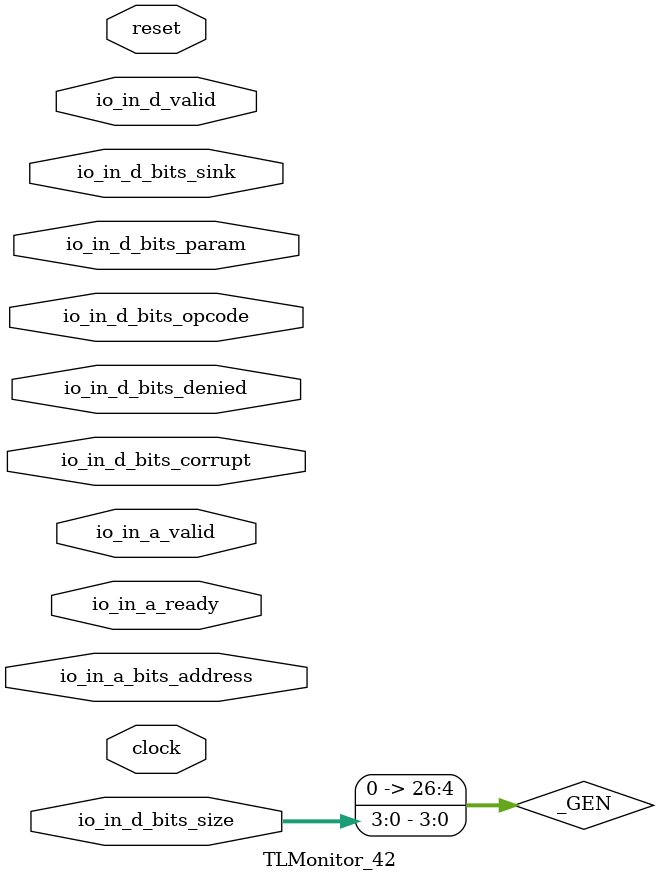
<source format=sv>
`ifndef RANDOMIZE
  `ifdef RANDOMIZE_REG_INIT
    `define RANDOMIZE
  `endif // RANDOMIZE_REG_INIT
`endif // not def RANDOMIZE
`ifndef RANDOMIZE
  `ifdef RANDOMIZE_MEM_INIT
    `define RANDOMIZE
  `endif // RANDOMIZE_MEM_INIT
`endif // not def RANDOMIZE

`ifndef RANDOM
  `define RANDOM $random
`endif // not def RANDOM

// Users can define 'PRINTF_COND' to add an extra gate to prints.
`ifndef PRINTF_COND_
  `ifdef PRINTF_COND
    `define PRINTF_COND_ (`PRINTF_COND)
  `else  // PRINTF_COND
    `define PRINTF_COND_ 1
  `endif // PRINTF_COND
`endif // not def PRINTF_COND_

// Users can define 'ASSERT_VERBOSE_COND' to add an extra gate to assert error printing.
`ifndef ASSERT_VERBOSE_COND_
  `ifdef ASSERT_VERBOSE_COND
    `define ASSERT_VERBOSE_COND_ (`ASSERT_VERBOSE_COND)
  `else  // ASSERT_VERBOSE_COND
    `define ASSERT_VERBOSE_COND_ 1
  `endif // ASSERT_VERBOSE_COND
`endif // not def ASSERT_VERBOSE_COND_

// Users can define 'STOP_COND' to add an extra gate to stop conditions.
`ifndef STOP_COND_
  `ifdef STOP_COND
    `define STOP_COND_ (`STOP_COND)
  `else  // STOP_COND
    `define STOP_COND_ 1
  `endif // STOP_COND
`endif // not def STOP_COND_

// Users can define INIT_RANDOM as general code that gets injected into the
// initializer block for modules with registers.
`ifndef INIT_RANDOM
  `define INIT_RANDOM
`endif // not def INIT_RANDOM

// If using random initialization, you can also define RANDOMIZE_DELAY to
// customize the delay used, otherwise 0.002 is used.
`ifndef RANDOMIZE_DELAY
  `define RANDOMIZE_DELAY 0.002
`endif // not def RANDOMIZE_DELAY

// Define INIT_RANDOM_PROLOG_ for use in our modules below.
`ifndef INIT_RANDOM_PROLOG_
  `ifdef RANDOMIZE
    `ifdef VERILATOR
      `define INIT_RANDOM_PROLOG_ `INIT_RANDOM
    `else  // VERILATOR
      `define INIT_RANDOM_PROLOG_ `INIT_RANDOM #`RANDOMIZE_DELAY begin end
    `endif // VERILATOR
  `else  // RANDOMIZE
    `define INIT_RANDOM_PROLOG_
  `endif // RANDOMIZE
`endif // not def INIT_RANDOM_PROLOG_

module TLMonitor_42(
  input        clock,
               reset,
               io_in_a_ready,
               io_in_a_valid,
  input [31:0] io_in_a_bits_address,
  input        io_in_d_valid,
  input [2:0]  io_in_d_bits_opcode,
  input [1:0]  io_in_d_bits_param,
  input [3:0]  io_in_d_bits_size,
  input [1:0]  io_in_d_bits_sink,
  input        io_in_d_bits_denied,
               io_in_d_bits_corrupt
);

  wire [31:0] _plusarg_reader_1_out;	// @[PlusArg.scala:80:11]
  wire [31:0] _plusarg_reader_out;	// @[PlusArg.scala:80:11]
  wire        _T_1213 = io_in_a_ready & io_in_a_valid;	// @[Decoupled.scala:51:35]
  reg  [7:0]  a_first_counter;	// @[Edges.scala:228:27]
  reg  [2:0]  opcode;	// @[Monitor.scala:384:22]
  reg  [2:0]  param;	// @[Monitor.scala:385:22]
  reg  [3:0]  size;	// @[Monitor.scala:386:22]
  reg         source;	// @[Monitor.scala:387:22]
  reg  [31:0] address;	// @[Monitor.scala:388:22]
  reg  [7:0]  d_first_counter;	// @[Edges.scala:228:27]
  reg  [2:0]  opcode_1;	// @[Monitor.scala:535:22]
  reg  [1:0]  param_1;	// @[Monitor.scala:536:22]
  reg  [3:0]  size_1;	// @[Monitor.scala:537:22]
  reg         source_1;	// @[Monitor.scala:538:22]
  reg  [1:0]  sink;	// @[Monitor.scala:539:22]
  reg         denied;	// @[Monitor.scala:540:22]
  reg         inflight;	// @[Monitor.scala:611:27]
  reg  [3:0]  inflight_opcodes;	// @[Monitor.scala:613:35]
  reg  [7:0]  inflight_sizes;	// @[Monitor.scala:615:33]
  reg  [7:0]  a_first_counter_1;	// @[Edges.scala:228:27]
  wire        a_first_1 = a_first_counter_1 == 8'h0;	// @[Edges.scala:228:27, :230:25, Monitor.scala:745:35]
  reg  [7:0]  d_first_counter_1;	// @[Edges.scala:228:27]
  wire        d_first_1 = d_first_counter_1 == 8'h0;	// @[Edges.scala:228:27, :230:25, Monitor.scala:745:35]
  wire        a_set = _T_1213 & a_first_1;	// @[Decoupled.scala:51:35, Edges.scala:230:25, Monitor.scala:652:27]
  wire        d_release_ack = io_in_d_bits_opcode == 3'h6;	// @[Monitor.scala:81:25, :670:46]
  reg  [31:0] watchdog;	// @[Monitor.scala:706:27]
  reg  [7:0]  d_first_counter_2;	// @[Edges.scala:228:27]
  wire        d_first_2 = d_first_counter_2 == 8'h0;	// @[Edges.scala:228:27, :230:25, Monitor.scala:745:35]
  wire [26:0] _GEN = {23'h0, io_in_d_bits_size};	// @[package.scala:235:71]
  wire [26:0] _d_first_beats1_decode_T_1 = 27'hFFF << _GEN;	// @[package.scala:235:71]
  wire [26:0] _d_first_beats1_decode_T_5 = 27'hFFF << _GEN;	// @[package.scala:235:71]
  wire [26:0] _d_first_beats1_decode_T_9 = 27'hFFF << _GEN;	// @[package.scala:235:71]
  wire        d_clr = io_in_d_valid & d_first_1 & ~d_release_ack;	// @[Edges.scala:230:25, Monitor.scala:670:46, :671:74, :675:72]
  wire        _T_1104 = _T_1213 & ~(|a_first_counter);	// @[Decoupled.scala:51:35, Edges.scala:228:27, :230:25, Monitor.scala:396:20]
  wire        _T_1132 = io_in_d_valid & ~(|d_first_counter);	// @[Edges.scala:228:27, :230:25, Monitor.scala:549:20]
  always @(posedge clock) begin
    if (reset) begin
      a_first_counter <= 8'h0;	// @[Edges.scala:228:27, Monitor.scala:745:35]
      d_first_counter <= 8'h0;	// @[Edges.scala:228:27, Monitor.scala:745:35]
      inflight <= 1'h0;	// @[Monitor.scala:611:27]
      inflight_opcodes <= 4'h0;	// @[Monitor.scala:613:35, :638:65, Parameters.scala:92:42]
      inflight_sizes <= 8'h0;	// @[Monitor.scala:615:33, :745:35]
      a_first_counter_1 <= 8'h0;	// @[Edges.scala:228:27, Monitor.scala:745:35]
      d_first_counter_1 <= 8'h0;	// @[Edges.scala:228:27, Monitor.scala:745:35]
      watchdog <= 32'h0;	// @[Bundles.scala:259:74, Monitor.scala:706:27]
      d_first_counter_2 <= 8'h0;	// @[Edges.scala:228:27, Monitor.scala:745:35]
    end
    else begin
      if (_T_1213) begin	// @[Decoupled.scala:51:35]
        if (|a_first_counter)	// @[Edges.scala:228:27, :230:25]
          a_first_counter <= a_first_counter - 8'h1;	// @[Edges.scala:228:27, :229:28]
        else	// @[Edges.scala:230:25]
          a_first_counter <= 8'h0;	// @[Edges.scala:228:27, Monitor.scala:745:35]
        if (a_first_1)	// @[Edges.scala:230:25]
          a_first_counter_1 <= 8'h0;	// @[Edges.scala:228:27, Monitor.scala:745:35]
        else	// @[Edges.scala:230:25]
          a_first_counter_1 <= a_first_counter_1 - 8'h1;	// @[Edges.scala:228:27, :229:28]
      end
      if (io_in_d_valid) begin
        if (|d_first_counter)	// @[Edges.scala:228:27, :230:25]
          d_first_counter <= d_first_counter - 8'h1;	// @[Edges.scala:228:27, :229:28]
        else if (io_in_d_bits_opcode[0])	// @[Edges.scala:105:36]
          d_first_counter <= ~(_d_first_beats1_decode_T_1[11:4]);	// @[Edges.scala:228:27, package.scala:235:{46,71,76}]
        else	// @[Edges.scala:105:36]
          d_first_counter <= 8'h0;	// @[Edges.scala:228:27, Monitor.scala:745:35]
        if (d_first_1) begin	// @[Edges.scala:230:25]
          if (io_in_d_bits_opcode[0])	// @[Edges.scala:105:36]
            d_first_counter_1 <= ~(_d_first_beats1_decode_T_5[11:4]);	// @[Edges.scala:228:27, package.scala:235:{46,71,76}]
          else	// @[Edges.scala:105:36]
            d_first_counter_1 <= 8'h0;	// @[Edges.scala:228:27, Monitor.scala:745:35]
        end
        else	// @[Edges.scala:230:25]
          d_first_counter_1 <= d_first_counter_1 - 8'h1;	// @[Edges.scala:228:27, :229:28]
        if (d_first_2) begin	// @[Edges.scala:230:25]
          if (io_in_d_bits_opcode[0])	// @[Edges.scala:105:36]
            d_first_counter_2 <= ~(_d_first_beats1_decode_T_9[11:4]);	// @[Edges.scala:228:27, package.scala:235:{46,71,76}]
          else	// @[Edges.scala:105:36]
            d_first_counter_2 <= 8'h0;	// @[Edges.scala:228:27, Monitor.scala:745:35]
        end
        else	// @[Edges.scala:230:25]
          d_first_counter_2 <= d_first_counter_2 - 8'h1;	// @[Edges.scala:228:27, :229:28]
      end
      inflight <= (inflight | a_set) & ~d_clr;	// @[Monitor.scala:611:27, :652:27, :675:72, :702:{27,36,38}]
      inflight_opcodes <= (inflight_opcodes | (a_set ? 4'h9 : 4'h0)) & ~{4{d_clr}};	// @[Monitor.scala:613:35, :627:33, :638:65, :652:{27,72}, :654:61, :656:28, :665:33, :675:{72,91}, :677:21, :703:{43,60,62}, Parameters.scala:92:42]
      inflight_sizes <= (inflight_sizes | (a_set ? {3'h0, a_set ? 5'hD : 5'h0} : 8'h0)) & ~{8{d_clr}};	// @[Monitor.scala:615:33, :629:31, :645:38, :652:{27,72}, :655:{28,59}, :657:28, :667:31, :675:{72,91}, :678:21, :704:{39,54,56}, :745:35]
      if (_T_1213 | io_in_d_valid)	// @[Decoupled.scala:51:35, Monitor.scala:712:27]
        watchdog <= 32'h0;	// @[Bundles.scala:259:74, Monitor.scala:706:27]
      else	// @[Monitor.scala:712:27]
        watchdog <= watchdog + 32'h1;	// @[Monitor.scala:706:27, :711:26]
    end
    if (_T_1104) begin	// @[Monitor.scala:396:20]
      opcode <= 3'h4;	// @[Monitor.scala:384:22]
      param <= 3'h0;	// @[Monitor.scala:385:22]
      size <= 4'h6;	// @[Monitor.scala:386:22]
      address <= io_in_a_bits_address;	// @[Monitor.scala:388:22]
    end
    source <= ~_T_1104 & source;	// @[Monitor.scala:387:22, :396:{20,32}, :400:15]
    if (_T_1132) begin	// @[Monitor.scala:549:20]
      opcode_1 <= io_in_d_bits_opcode;	// @[Monitor.scala:535:22]
      param_1 <= io_in_d_bits_param;	// @[Monitor.scala:536:22]
      size_1 <= io_in_d_bits_size;	// @[Monitor.scala:537:22]
      sink <= io_in_d_bits_sink;	// @[Monitor.scala:539:22]
      denied <= io_in_d_bits_denied;	// @[Monitor.scala:540:22]
    end
    source_1 <= ~_T_1132 & source_1;	// @[Monitor.scala:538:22, :549:{20,32}, :553:15]
  end // always @(posedge)
  `ifndef SYNTHESIS
    wire  [7:0][2:0] _GEN_0 = '{3'h4, 3'h5, 3'h2, 3'h1, 3'h1, 3'h1, 3'h0, 3'h0};	// @[Monitor.scala:690:38]
    wire  [7:0][2:0] _GEN_1 = '{3'h4, 3'h4, 3'h2, 3'h1, 3'h1, 3'h1, 3'h0, 3'h0};	// @[Monitor.scala:689:38]
    wire             _GEN_2 = io_in_d_valid & io_in_d_bits_opcode == 3'h6;	// @[Monitor.scala:81:25, :310:{25,52}]
    wire             _GEN_3 = io_in_d_bits_size[3:2] == 2'h0;	// @[Monitor.scala:312:27, :313:28]
    wire             _GEN_4 = io_in_d_valid & io_in_d_bits_opcode == 3'h4;	// @[Monitor.scala:318:{25,47}]
    wire             _GEN_5 = io_in_d_bits_param == 2'h2;	// @[Bundles.scala:111:27, Monitor.scala:323:28]
    wire             _GEN_6 = io_in_d_valid & io_in_d_bits_opcode == 3'h5;	// @[Monitor.scala:146:25, :328:{25,51}]
    wire             _GEN_7 = io_in_d_valid & io_in_d_bits_opcode == 3'h0;	// @[Monitor.scala:338:{25,51}]
    wire             _GEN_8 = io_in_d_valid & io_in_d_bits_opcode == 3'h1;	// @[Monitor.scala:346:{25,55}, :640:42]
    wire             _GEN_9 = io_in_d_valid & io_in_d_bits_opcode == 3'h2;	// @[Monitor.scala:354:{25,49}, :640:42]
    wire             _T_1082 = io_in_a_valid & (|a_first_counter);	// @[Edges.scala:228:27, :230:25, Monitor.scala:389:19]
    wire             _T_1106 = io_in_d_valid & (|d_first_counter);	// @[Edges.scala:228:27, :230:25, Monitor.scala:541:19]
    wire             a_set_wo_ready = io_in_a_valid & a_first_1;	// @[Edges.scala:230:25, Monitor.scala:648:26]
    wire             _T_1185 = io_in_d_valid & d_first_1;	// @[Edges.scala:230:25, Monitor.scala:671:26]
    wire             _T_1156 = _T_1185 & ~d_release_ack;	// @[Monitor.scala:670:46, :671:{26,74}, :680:71]
    wire             _GEN_10 = _T_1156 & a_set_wo_ready;	// @[Monitor.scala:648:26, :680:71, :684:30]
    wire             _GEN_11 = _T_1156 & ~a_set_wo_ready;	// @[Monitor.scala:648:26, :680:71, :684:30]
    wire             _T_1242 = io_in_d_valid & d_first_2 & d_release_ack;	// @[Edges.scala:230:25, Monitor.scala:670:46, :791:71]
    always @(posedge clock) begin	// @[Monitor.scala:42:11]
      if (io_in_a_valid & ~reset & ~(io_in_a_bits_address[31:12] == 20'h3 | {io_in_a_bits_address[31:15], io_in_a_bits_address[13:12]} == 19'h0 | io_in_a_bits_address[31:16] == 16'h1 | io_in_a_bits_address[31:16] == 16'h2 | {io_in_a_bits_address[31:17] ^ 15'h8, io_in_a_bits_address[15:12]} == 19'h0 | io_in_a_bits_address[31:16] == 16'h200 | io_in_a_bits_address[31:26] == 6'h3 | io_in_a_bits_address[31:12] == 20'h10000 | io_in_a_bits_address[31:12] == 20'h54000 | io_in_a_bits_address[31:28] == 4'h8)) begin	// @[Monitor.scala:42:11, Parameters.scala:137:{31,45,65}, :672:30]
        if (`ASSERT_VERBOSE_COND_)	// @[Monitor.scala:42:11]
          $error("Assertion failed: 'A' channel carries Get type which slave claims it can't support (connected at tile.scala:138:21)\n    at Monitor.scala:42 assert(cond, message)\n");	// @[Monitor.scala:42:11]
        if (`STOP_COND_)	// @[Monitor.scala:42:11]
          $fatal;	// @[Monitor.scala:42:11]
      end
      if (io_in_a_valid & ~reset & (|(io_in_a_bits_address[5:0]))) begin	// @[Edges.scala:20:{16,24}, Monitor.scala:42:11]
        if (`ASSERT_VERBOSE_COND_)	// @[Monitor.scala:42:11]
          $error("Assertion failed: 'A' channel Get address not aligned to size (connected at tile.scala:138:21)\n    at Monitor.scala:42 assert(cond, message)\n");	// @[Monitor.scala:42:11]
        if (`STOP_COND_)	// @[Monitor.scala:42:11]
          $fatal;	// @[Monitor.scala:42:11]
      end
      if (io_in_d_valid & ~reset & (&io_in_d_bits_opcode)) begin	// @[Bundles.scala:45:24, Monitor.scala:49:11]
        if (`ASSERT_VERBOSE_COND_)	// @[Monitor.scala:49:11]
          $error("Assertion failed: 'D' channel has invalid opcode (connected at tile.scala:138:21)\n    at Monitor.scala:49 assert(cond, message)\n");	// @[Monitor.scala:49:11]
        if (`STOP_COND_)	// @[Monitor.scala:49:11]
          $fatal;	// @[Monitor.scala:49:11]
      end
      if (_GEN_2 & ~reset & _GEN_3) begin	// @[Monitor.scala:49:11, :310:52, :312:27]
        if (`ASSERT_VERBOSE_COND_)	// @[Monitor.scala:49:11]
          $error("Assertion failed: 'D' channel ReleaseAck smaller than a beat (connected at tile.scala:138:21)\n    at Monitor.scala:49 assert(cond, message)\n");	// @[Monitor.scala:49:11]
        if (`STOP_COND_)	// @[Monitor.scala:49:11]
          $fatal;	// @[Monitor.scala:49:11]
      end
      if (_GEN_2 & ~reset & (|io_in_d_bits_param)) begin	// @[Monitor.scala:49:11, :310:52, :313:28]
        if (`ASSERT_VERBOSE_COND_)	// @[Monitor.scala:49:11]
          $error("Assertion failed: 'D' channel ReleaseeAck carries invalid param (connected at tile.scala:138:21)\n    at Monitor.scala:49 assert(cond, message)\n");	// @[Monitor.scala:49:11]
        if (`STOP_COND_)	// @[Monitor.scala:49:11]
          $fatal;	// @[Monitor.scala:49:11]
      end
      if (_GEN_2 & ~reset & io_in_d_bits_corrupt) begin	// @[Monitor.scala:49:11, :310:52]
        if (`ASSERT_VERBOSE_COND_)	// @[Monitor.scala:49:11]
          $error("Assertion failed: 'D' channel ReleaseAck is corrupt (connected at tile.scala:138:21)\n    at Monitor.scala:49 assert(cond, message)\n");	// @[Monitor.scala:49:11]
        if (`STOP_COND_)	// @[Monitor.scala:49:11]
          $fatal;	// @[Monitor.scala:49:11]
      end
      if (_GEN_2 & ~reset & io_in_d_bits_denied) begin	// @[Monitor.scala:49:11, :310:52]
        if (`ASSERT_VERBOSE_COND_)	// @[Monitor.scala:49:11]
          $error("Assertion failed: 'D' channel ReleaseAck is denied (connected at tile.scala:138:21)\n    at Monitor.scala:49 assert(cond, message)\n");	// @[Monitor.scala:49:11]
        if (`STOP_COND_)	// @[Monitor.scala:49:11]
          $fatal;	// @[Monitor.scala:49:11]
      end
      if (_GEN_4 & ~reset & _GEN_3) begin	// @[Monitor.scala:49:11, :312:27, :318:47]
        if (`ASSERT_VERBOSE_COND_)	// @[Monitor.scala:49:11]
          $error("Assertion failed: 'D' channel Grant smaller than a beat (connected at tile.scala:138:21)\n    at Monitor.scala:49 assert(cond, message)\n");	// @[Monitor.scala:49:11]
        if (`STOP_COND_)	// @[Monitor.scala:49:11]
          $fatal;	// @[Monitor.scala:49:11]
      end
      if (_GEN_4 & ~reset & (&io_in_d_bits_param)) begin	// @[Bundles.scala:105:26, Monitor.scala:49:11, :318:47]
        if (`ASSERT_VERBOSE_COND_)	// @[Monitor.scala:49:11]
          $error("Assertion failed: 'D' channel Grant carries invalid cap param (connected at tile.scala:138:21)\n    at Monitor.scala:49 assert(cond, message)\n");	// @[Monitor.scala:49:11]
        if (`STOP_COND_)	// @[Monitor.scala:49:11]
          $fatal;	// @[Monitor.scala:49:11]
      end
      if (_GEN_4 & ~reset & _GEN_5) begin	// @[Monitor.scala:49:11, :318:47, :323:28]
        if (`ASSERT_VERBOSE_COND_)	// @[Monitor.scala:49:11]
          $error("Assertion failed: 'D' channel Grant carries toN param (connected at tile.scala:138:21)\n    at Monitor.scala:49 assert(cond, message)\n");	// @[Monitor.scala:49:11]
        if (`STOP_COND_)	// @[Monitor.scala:49:11]
          $fatal;	// @[Monitor.scala:49:11]
      end
      if (_GEN_4 & ~reset & io_in_d_bits_corrupt) begin	// @[Monitor.scala:49:11, :318:47]
        if (`ASSERT_VERBOSE_COND_)	// @[Monitor.scala:49:11]
          $error("Assertion failed: 'D' channel Grant is corrupt (connected at tile.scala:138:21)\n    at Monitor.scala:49 assert(cond, message)\n");	// @[Monitor.scala:49:11]
        if (`STOP_COND_)	// @[Monitor.scala:49:11]
          $fatal;	// @[Monitor.scala:49:11]
      end
      if (_GEN_6 & ~reset & _GEN_3) begin	// @[Monitor.scala:49:11, :312:27, :328:51]
        if (`ASSERT_VERBOSE_COND_)	// @[Monitor.scala:49:11]
          $error("Assertion failed: 'D' channel GrantData smaller than a beat (connected at tile.scala:138:21)\n    at Monitor.scala:49 assert(cond, message)\n");	// @[Monitor.scala:49:11]
        if (`STOP_COND_)	// @[Monitor.scala:49:11]
          $fatal;	// @[Monitor.scala:49:11]
      end
      if (_GEN_6 & ~reset & (&io_in_d_bits_param)) begin	// @[Bundles.scala:105:26, Monitor.scala:49:11, :328:51]
        if (`ASSERT_VERBOSE_COND_)	// @[Monitor.scala:49:11]
          $error("Assertion failed: 'D' channel GrantData carries invalid cap param (connected at tile.scala:138:21)\n    at Monitor.scala:49 assert(cond, message)\n");	// @[Monitor.scala:49:11]
        if (`STOP_COND_)	// @[Monitor.scala:49:11]
          $fatal;	// @[Monitor.scala:49:11]
      end
      if (_GEN_6 & ~reset & _GEN_5) begin	// @[Monitor.scala:49:11, :323:28, :328:51]
        if (`ASSERT_VERBOSE_COND_)	// @[Monitor.scala:49:11]
          $error("Assertion failed: 'D' channel GrantData carries toN param (connected at tile.scala:138:21)\n    at Monitor.scala:49 assert(cond, message)\n");	// @[Monitor.scala:49:11]
        if (`STOP_COND_)	// @[Monitor.scala:49:11]
          $fatal;	// @[Monitor.scala:49:11]
      end
      if (_GEN_6 & ~reset & ~(~io_in_d_bits_denied | io_in_d_bits_corrupt)) begin	// @[Monitor.scala:49:11, :328:51, :334:{15,30}]
        if (`ASSERT_VERBOSE_COND_)	// @[Monitor.scala:49:11]
          $error("Assertion failed: 'D' channel GrantData is denied but not corrupt (connected at tile.scala:138:21)\n    at Monitor.scala:49 assert(cond, message)\n");	// @[Monitor.scala:49:11]
        if (`STOP_COND_)	// @[Monitor.scala:49:11]
          $fatal;	// @[Monitor.scala:49:11]
      end
      if (_GEN_7 & ~reset & (|io_in_d_bits_param)) begin	// @[Monitor.scala:49:11, :338:51, :341:28]
        if (`ASSERT_VERBOSE_COND_)	// @[Monitor.scala:49:11]
          $error("Assertion failed: 'D' channel AccessAck carries invalid param (connected at tile.scala:138:21)\n    at Monitor.scala:49 assert(cond, message)\n");	// @[Monitor.scala:49:11]
        if (`STOP_COND_)	// @[Monitor.scala:49:11]
          $fatal;	// @[Monitor.scala:49:11]
      end
      if (_GEN_7 & ~reset & io_in_d_bits_corrupt) begin	// @[Monitor.scala:49:11, :338:51]
        if (`ASSERT_VERBOSE_COND_)	// @[Monitor.scala:49:11]
          $error("Assertion failed: 'D' channel AccessAck is corrupt (connected at tile.scala:138:21)\n    at Monitor.scala:49 assert(cond, message)\n");	// @[Monitor.scala:49:11]
        if (`STOP_COND_)	// @[Monitor.scala:49:11]
          $fatal;	// @[Monitor.scala:49:11]
      end
      if (_GEN_8 & ~reset & (|io_in_d_bits_param)) begin	// @[Monitor.scala:49:11, :346:55, :349:28]
        if (`ASSERT_VERBOSE_COND_)	// @[Monitor.scala:49:11]
          $error("Assertion failed: 'D' channel AccessAckData carries invalid param (connected at tile.scala:138:21)\n    at Monitor.scala:49 assert(cond, message)\n");	// @[Monitor.scala:49:11]
        if (`STOP_COND_)	// @[Monitor.scala:49:11]
          $fatal;	// @[Monitor.scala:49:11]
      end
      if (_GEN_8 & ~reset & ~(~io_in_d_bits_denied | io_in_d_bits_corrupt)) begin	// @[Monitor.scala:49:11, :346:55, :350:{15,30}]
        if (`ASSERT_VERBOSE_COND_)	// @[Monitor.scala:49:11]
          $error("Assertion failed: 'D' channel AccessAckData is denied but not corrupt (connected at tile.scala:138:21)\n    at Monitor.scala:49 assert(cond, message)\n");	// @[Monitor.scala:49:11]
        if (`STOP_COND_)	// @[Monitor.scala:49:11]
          $fatal;	// @[Monitor.scala:49:11]
      end
      if (_GEN_9 & ~reset & (|io_in_d_bits_param)) begin	// @[Monitor.scala:49:11, :354:49, :357:28]
        if (`ASSERT_VERBOSE_COND_)	// @[Monitor.scala:49:11]
          $error("Assertion failed: 'D' channel HintAck carries invalid param (connected at tile.scala:138:21)\n    at Monitor.scala:49 assert(cond, message)\n");	// @[Monitor.scala:49:11]
        if (`STOP_COND_)	// @[Monitor.scala:49:11]
          $fatal;	// @[Monitor.scala:49:11]
      end
      if (_GEN_9 & ~reset & io_in_d_bits_corrupt) begin	// @[Monitor.scala:49:11, :354:49]
        if (`ASSERT_VERBOSE_COND_)	// @[Monitor.scala:49:11]
          $error("Assertion failed: 'D' channel HintAck is corrupt (connected at tile.scala:138:21)\n    at Monitor.scala:49 assert(cond, message)\n");	// @[Monitor.scala:49:11]
        if (`STOP_COND_)	// @[Monitor.scala:49:11]
          $fatal;	// @[Monitor.scala:49:11]
      end
      if (_T_1082 & ~reset & opcode != 3'h4) begin	// @[Monitor.scala:42:11, :384:22, :389:19, :390:32]
        if (`ASSERT_VERBOSE_COND_)	// @[Monitor.scala:42:11]
          $error("Assertion failed: 'A' channel opcode changed within multibeat operation (connected at tile.scala:138:21)\n    at Monitor.scala:42 assert(cond, message)\n");	// @[Monitor.scala:42:11]
        if (`STOP_COND_)	// @[Monitor.scala:42:11]
          $fatal;	// @[Monitor.scala:42:11]
      end
      if (_T_1082 & ~reset & (|param)) begin	// @[Monitor.scala:42:11, :385:22, :389:19, :391:32]
        if (`ASSERT_VERBOSE_COND_)	// @[Monitor.scala:42:11]
          $error("Assertion failed: 'A' channel param changed within multibeat operation (connected at tile.scala:138:21)\n    at Monitor.scala:42 assert(cond, message)\n");	// @[Monitor.scala:42:11]
        if (`STOP_COND_)	// @[Monitor.scala:42:11]
          $fatal;	// @[Monitor.scala:42:11]
      end
      if (_T_1082 & ~reset & size != 4'h6) begin	// @[Monitor.scala:42:11, :386:22, :389:19, :392:32]
        if (`ASSERT_VERBOSE_COND_)	// @[Monitor.scala:42:11]
          $error("Assertion failed: 'A' channel size changed within multibeat operation (connected at tile.scala:138:21)\n    at Monitor.scala:42 assert(cond, message)\n");	// @[Monitor.scala:42:11]
        if (`STOP_COND_)	// @[Monitor.scala:42:11]
          $fatal;	// @[Monitor.scala:42:11]
      end
      if (_T_1082 & ~reset & source) begin	// @[Monitor.scala:42:11, :387:22, :389:19]
        if (`ASSERT_VERBOSE_COND_)	// @[Monitor.scala:42:11]
          $error("Assertion failed: 'A' channel source changed within multibeat operation (connected at tile.scala:138:21)\n    at Monitor.scala:42 assert(cond, message)\n");	// @[Monitor.scala:42:11]
        if (`STOP_COND_)	// @[Monitor.scala:42:11]
          $fatal;	// @[Monitor.scala:42:11]
      end
      if (_T_1082 & ~reset & io_in_a_bits_address != address) begin	// @[Monitor.scala:42:11, :388:22, :389:19, :394:32]
        if (`ASSERT_VERBOSE_COND_)	// @[Monitor.scala:42:11]
          $error("Assertion failed: 'A' channel address changed with multibeat operation (connected at tile.scala:138:21)\n    at Monitor.scala:42 assert(cond, message)\n");	// @[Monitor.scala:42:11]
        if (`STOP_COND_)	// @[Monitor.scala:42:11]
          $fatal;	// @[Monitor.scala:42:11]
      end
      if (_T_1106 & ~reset & io_in_d_bits_opcode != opcode_1) begin	// @[Monitor.scala:49:11, :535:22, :541:19, :542:29]
        if (`ASSERT_VERBOSE_COND_)	// @[Monitor.scala:49:11]
          $error("Assertion failed: 'D' channel opcode changed within multibeat operation (connected at tile.scala:138:21)\n    at Monitor.scala:49 assert(cond, message)\n");	// @[Monitor.scala:49:11]
        if (`STOP_COND_)	// @[Monitor.scala:49:11]
          $fatal;	// @[Monitor.scala:49:11]
      end
      if (_T_1106 & ~reset & io_in_d_bits_param != param_1) begin	// @[Monitor.scala:49:11, :536:22, :541:19, :543:29]
        if (`ASSERT_VERBOSE_COND_)	// @[Monitor.scala:49:11]
          $error("Assertion failed: 'D' channel param changed within multibeat operation (connected at tile.scala:138:21)\n    at Monitor.scala:49 assert(cond, message)\n");	// @[Monitor.scala:49:11]
        if (`STOP_COND_)	// @[Monitor.scala:49:11]
          $fatal;	// @[Monitor.scala:49:11]
      end
      if (_T_1106 & ~reset & io_in_d_bits_size != size_1) begin	// @[Monitor.scala:49:11, :537:22, :541:19, :544:29]
        if (`ASSERT_VERBOSE_COND_)	// @[Monitor.scala:49:11]
          $error("Assertion failed: 'D' channel size changed within multibeat operation (connected at tile.scala:138:21)\n    at Monitor.scala:49 assert(cond, message)\n");	// @[Monitor.scala:49:11]
        if (`STOP_COND_)	// @[Monitor.scala:49:11]
          $fatal;	// @[Monitor.scala:49:11]
      end
      if (_T_1106 & ~reset & source_1) begin	// @[Monitor.scala:49:11, :538:22, :541:19]
        if (`ASSERT_VERBOSE_COND_)	// @[Monitor.scala:49:11]
          $error("Assertion failed: 'D' channel source changed within multibeat operation (connected at tile.scala:138:21)\n    at Monitor.scala:49 assert(cond, message)\n");	// @[Monitor.scala:49:11]
        if (`STOP_COND_)	// @[Monitor.scala:49:11]
          $fatal;	// @[Monitor.scala:49:11]
      end
      if (_T_1106 & ~reset & io_in_d_bits_sink != sink) begin	// @[Monitor.scala:49:11, :539:22, :541:19, :546:29]
        if (`ASSERT_VERBOSE_COND_)	// @[Monitor.scala:49:11]
          $error("Assertion failed: 'D' channel sink changed with multibeat operation (connected at tile.scala:138:21)\n    at Monitor.scala:49 assert(cond, message)\n");	// @[Monitor.scala:49:11]
        if (`STOP_COND_)	// @[Monitor.scala:49:11]
          $fatal;	// @[Monitor.scala:49:11]
      end
      if (_T_1106 & ~reset & io_in_d_bits_denied != denied) begin	// @[Monitor.scala:49:11, :540:22, :541:19, :547:29]
        if (`ASSERT_VERBOSE_COND_)	// @[Monitor.scala:49:11]
          $error("Assertion failed: 'D' channel denied changed with multibeat operation (connected at tile.scala:138:21)\n    at Monitor.scala:49 assert(cond, message)\n");	// @[Monitor.scala:49:11]
        if (`STOP_COND_)	// @[Monitor.scala:49:11]
          $fatal;	// @[Monitor.scala:49:11]
      end
      if (a_set & ~reset & inflight) begin	// @[Monitor.scala:42:11, :611:27, :652:27]
        if (`ASSERT_VERBOSE_COND_)	// @[Monitor.scala:42:11]
          $error("Assertion failed: 'A' channel re-used a source ID (connected at tile.scala:138:21)\n    at Monitor.scala:42 assert(cond, message)\n");	// @[Monitor.scala:42:11]
        if (`STOP_COND_)	// @[Monitor.scala:42:11]
          $fatal;	// @[Monitor.scala:42:11]
      end
      if (_T_1156 & ~reset & ~(inflight | a_set_wo_ready)) begin	// @[Monitor.scala:49:11, :611:27, :648:26, :680:71, :682:49]
        if (`ASSERT_VERBOSE_COND_)	// @[Monitor.scala:49:11]
          $error("Assertion failed: 'D' channel acknowledged for nothing inflight (connected at tile.scala:138:21)\n    at Monitor.scala:49 assert(cond, message)\n");	// @[Monitor.scala:49:11]
        if (`STOP_COND_)	// @[Monitor.scala:49:11]
          $fatal;	// @[Monitor.scala:49:11]
      end
      if (_GEN_10 & ~reset & ~(io_in_d_bits_opcode == 3'h1 | io_in_d_bits_opcode == 3'h1)) begin	// @[Monitor.scala:49:11, :640:42, :684:30, :685:{38,77}, :686:39]
        if (`ASSERT_VERBOSE_COND_)	// @[Monitor.scala:49:11]
          $error("Assertion failed: 'D' channel contains improper opcode response (connected at tile.scala:138:21)\n    at Monitor.scala:49 assert(cond, message)\n");	// @[Monitor.scala:49:11]
        if (`STOP_COND_)	// @[Monitor.scala:49:11]
          $fatal;	// @[Monitor.scala:49:11]
      end
      if (_GEN_10 & ~reset & io_in_d_bits_size != 4'h6) begin	// @[Monitor.scala:49:11, :684:30, :687:36]
        if (`ASSERT_VERBOSE_COND_)	// @[Monitor.scala:49:11]
          $error("Assertion failed: 'D' channel contains improper response size (connected at tile.scala:138:21)\n    at Monitor.scala:49 assert(cond, message)\n");	// @[Monitor.scala:49:11]
        if (`STOP_COND_)	// @[Monitor.scala:49:11]
          $fatal;	// @[Monitor.scala:49:11]
      end
      if (_GEN_11 & ~reset & ~(io_in_d_bits_opcode == _GEN_1[inflight_opcodes[3:1]] | io_in_d_bits_opcode == _GEN_0[inflight_opcodes[3:1]])) begin	// @[Monitor.scala:42:11, :49:11, :613:35, :634:152, :684:30, :689:{38,72}, :690:38]
        if (`ASSERT_VERBOSE_COND_)	// @[Monitor.scala:49:11]
          $error("Assertion failed: 'D' channel contains improper opcode response (connected at tile.scala:138:21)\n    at Monitor.scala:49 assert(cond, message)\n");	// @[Monitor.scala:49:11]
        if (`STOP_COND_)	// @[Monitor.scala:49:11]
          $fatal;	// @[Monitor.scala:49:11]
      end
      if (_GEN_11 & ~reset & {4'h0, io_in_d_bits_size} != {1'h0, inflight_sizes[7:1]}) begin	// @[Monitor.scala:42:11, :49:11, :615:33, :638:{19,65,144}, :684:30, :691:36, Parameters.scala:92:42]
        if (`ASSERT_VERBOSE_COND_)	// @[Monitor.scala:49:11]
          $error("Assertion failed: 'D' channel contains improper response size (connected at tile.scala:138:21)\n    at Monitor.scala:49 assert(cond, message)\n");	// @[Monitor.scala:49:11]
        if (`STOP_COND_)	// @[Monitor.scala:49:11]
          $fatal;	// @[Monitor.scala:49:11]
      end
      if (_T_1185 & a_first_1 & io_in_a_valid & ~d_release_ack & ~reset & ~io_in_a_ready) begin	// @[Edges.scala:230:25, Monitor.scala:49:11, :670:46, :671:{26,74}]
        if (`ASSERT_VERBOSE_COND_)	// @[Monitor.scala:49:11]
          $error("Assertion failed: ready check\n    at Monitor.scala:49 assert(cond, message)\n");	// @[Monitor.scala:49:11]
        if (`STOP_COND_)	// @[Monitor.scala:49:11]
          $fatal;	// @[Monitor.scala:49:11]
      end
      if (~reset & ~(a_set_wo_ready != (_T_1185 & ~d_release_ack) | ~a_set_wo_ready)) begin	// @[Monitor.scala:49:11, :648:26, :670:46, :671:{26,71,74}, :699:{29,48,51}]
        if (`ASSERT_VERBOSE_COND_)	// @[Monitor.scala:49:11]
          $error("Assertion failed: 'A' and 'D' concurrent, despite minlatency 3 (connected at tile.scala:138:21)\n    at Monitor.scala:49 assert(cond, message)\n");	// @[Monitor.scala:49:11]
        if (`STOP_COND_)	// @[Monitor.scala:49:11]
          $fatal;	// @[Monitor.scala:49:11]
      end
      if (~reset & ~(~inflight | _plusarg_reader_out == 32'h0 | watchdog < _plusarg_reader_out)) begin	// @[Bundles.scala:259:74, Monitor.scala:42:11, :611:27, :706:27, :709:{16,39,47,59}, PlusArg.scala:80:11]
        if (`ASSERT_VERBOSE_COND_)	// @[Monitor.scala:42:11]
          $error("Assertion failed: TileLink timeout expired (connected at tile.scala:138:21)\n    at Monitor.scala:42 assert(cond, message)\n");	// @[Monitor.scala:42:11]
        if (`STOP_COND_)	// @[Monitor.scala:42:11]
          $fatal;	// @[Monitor.scala:42:11]
      end
      if (_T_1242 & ~reset) begin	// @[Monitor.scala:49:11, :791:71]
        if (`ASSERT_VERBOSE_COND_)	// @[Monitor.scala:49:11]
          $error("Assertion failed: 'D' channel acknowledged for nothing inflight (connected at tile.scala:138:21)\n    at Monitor.scala:49 assert(cond, message)\n");	// @[Monitor.scala:49:11]
        if (`STOP_COND_)	// @[Monitor.scala:49:11]
          $fatal;	// @[Monitor.scala:49:11]
      end
      if (_T_1242 & ~reset & (|io_in_d_bits_size)) begin	// @[Monitor.scala:49:11, :791:71, :797:36]
        if (`ASSERT_VERBOSE_COND_)	// @[Monitor.scala:49:11]
          $error("Assertion failed: 'D' channel contains improper response size (connected at tile.scala:138:21)\n    at Monitor.scala:49 assert(cond, message)\n");	// @[Monitor.scala:49:11]
        if (`STOP_COND_)	// @[Monitor.scala:49:11]
          $fatal;	// @[Monitor.scala:49:11]
      end
    end // always @(posedge)
    `ifdef FIRRTL_BEFORE_INITIAL
      `FIRRTL_BEFORE_INITIAL
    `endif // FIRRTL_BEFORE_INITIAL
    logic [31:0]     _RANDOM_0;
    logic [31:0]     _RANDOM_1;
    logic [31:0]     _RANDOM_2;
    logic [31:0]     _RANDOM_3;
    logic [31:0]     _RANDOM_4;
    logic [31:0]     _RANDOM_5;
    initial begin
      `ifdef INIT_RANDOM_PROLOG_
        `INIT_RANDOM_PROLOG_
      `endif // INIT_RANDOM_PROLOG_
      `ifdef RANDOMIZE_REG_INIT
        _RANDOM_0 = `RANDOM;
        _RANDOM_1 = `RANDOM;
        _RANDOM_2 = `RANDOM;
        _RANDOM_3 = `RANDOM;
        _RANDOM_4 = `RANDOM;
        _RANDOM_5 = `RANDOM;
        a_first_counter = _RANDOM_0[7:0];	// @[Edges.scala:228:27]
        opcode = _RANDOM_0[10:8];	// @[Edges.scala:228:27, Monitor.scala:384:22]
        param = _RANDOM_0[13:11];	// @[Edges.scala:228:27, Monitor.scala:385:22]
        size = _RANDOM_0[17:14];	// @[Edges.scala:228:27, Monitor.scala:386:22]
        source = _RANDOM_0[18];	// @[Edges.scala:228:27, Monitor.scala:387:22]
        address = {_RANDOM_0[31:19], _RANDOM_1[18:0]};	// @[Edges.scala:228:27, Monitor.scala:388:22]
        d_first_counter = _RANDOM_1[26:19];	// @[Edges.scala:228:27, Monitor.scala:388:22]
        opcode_1 = _RANDOM_1[29:27];	// @[Monitor.scala:388:22, :535:22]
        param_1 = _RANDOM_1[31:30];	// @[Monitor.scala:388:22, :536:22]
        size_1 = _RANDOM_2[3:0];	// @[Monitor.scala:537:22]
        source_1 = _RANDOM_2[4];	// @[Monitor.scala:537:22, :538:22]
        sink = _RANDOM_2[6:5];	// @[Monitor.scala:537:22, :539:22]
        denied = _RANDOM_2[7];	// @[Monitor.scala:537:22, :540:22]
        inflight = _RANDOM_2[8];	// @[Monitor.scala:537:22, :611:27]
        inflight_opcodes = _RANDOM_2[12:9];	// @[Monitor.scala:537:22, :613:35]
        inflight_sizes = _RANDOM_2[20:13];	// @[Monitor.scala:537:22, :615:33]
        a_first_counter_1 = _RANDOM_2[28:21];	// @[Edges.scala:228:27, Monitor.scala:537:22]
        d_first_counter_1 = {_RANDOM_2[31:29], _RANDOM_3[4:0]};	// @[Edges.scala:228:27, Monitor.scala:537:22]
        watchdog = {_RANDOM_3[31:5], _RANDOM_4[4:0]};	// @[Edges.scala:228:27, Monitor.scala:706:27]
        d_first_counter_2 = {_RANDOM_4[31:26], _RANDOM_5[1:0]};	// @[Edges.scala:228:27, Monitor.scala:706:27]
      `endif // RANDOMIZE_REG_INIT
    end // initial
    `ifdef FIRRTL_AFTER_INITIAL
      `FIRRTL_AFTER_INITIAL
    `endif // FIRRTL_AFTER_INITIAL
  `endif // not def SYNTHESIS
  plusarg_reader #(
    .FORMAT("tilelink_timeout=%d"),
    .DEFAULT(0),
    .WIDTH(32)
  ) plusarg_reader (	// @[PlusArg.scala:80:11]
    .out (_plusarg_reader_out)
  );
  plusarg_reader #(
    .FORMAT("tilelink_timeout=%d"),
    .DEFAULT(0),
    .WIDTH(32)
  ) plusarg_reader_1 (	// @[PlusArg.scala:80:11]
    .out (_plusarg_reader_1_out)
  );
endmodule


</source>
